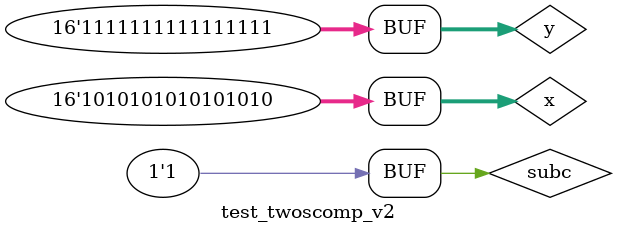
<source format=v>
`timescale 1ns / 1ps


module test_twoscomp_v2;

	// Inputs
	reg [15:0] x;
	reg [15:0] y;
	reg subc;

	// Outputs
	wire [15:0] s;
	wire [15:0] c;

	// Instantiate the Unit Under Test (UUT)
	TwosCompl uut (
		.x(x), 
		.y(y), 
		.subc(subc), 
		.s(s), 
		.c(c)
	);

	initial begin
		// Initialize Inputs
		x = 16'b1010101010101010;
		y = 16'b1111111111111111;
		subc = 0;

		// Wait 100 ns for global reset to finish
		#100;
		x = 16'b1010101010101010;
		y = 16'b0000000000000000;
		subc = 0;
		
		#100;
		x = 16'b1010101010101010;
		y = 16'b1111111111111111;
		subc = 1;
        
		// Add stimulus here

	end
      
endmodule


</source>
